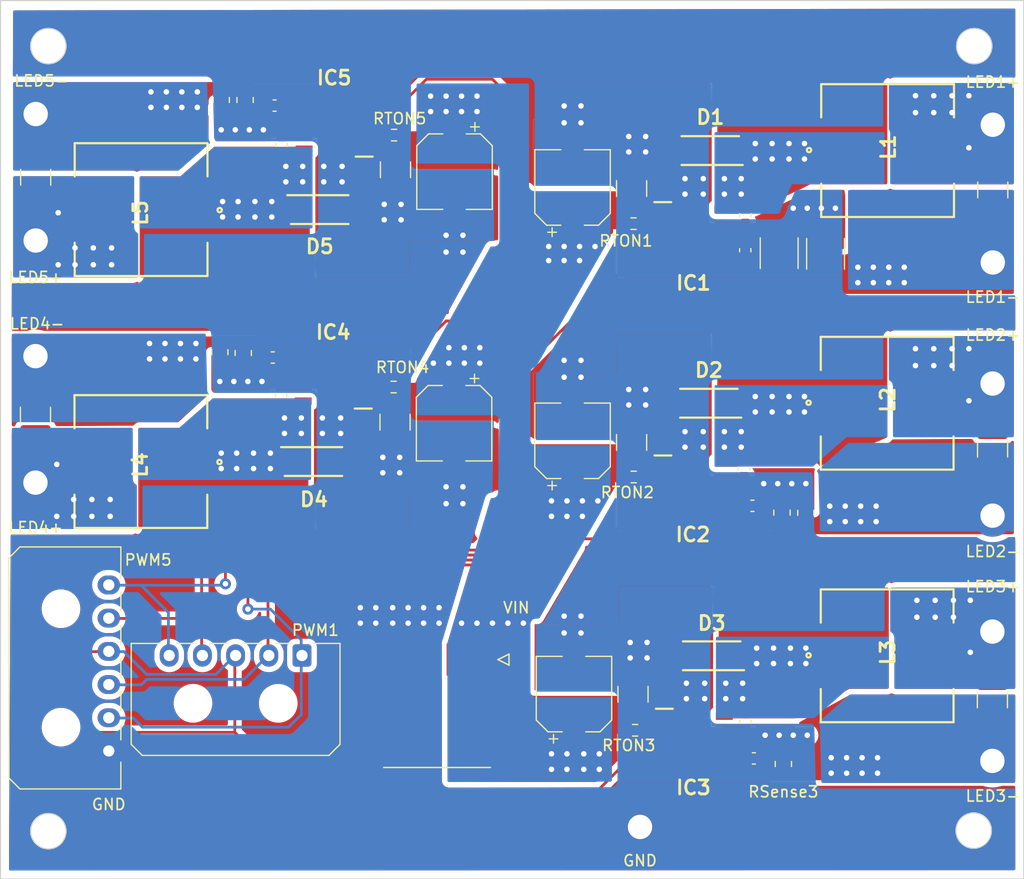
<source format=kicad_pcb>
(kicad_pcb (version 20221018) (generator pcbnew)
  (layers (0 "F.Cu" signal) (31 "B.Cu" signal) (34 "B.Paste" user) (35 "F.Paste" user) (36 "B.SilkS" user "B.Silkscreen") (37 "F.SilkS" user "F.Silkscreen") (38 "B.Mask" user) (39 "F.Mask" user) (44 "Edge.Cuts" user))
  (net 0 "")
  (net 1 "Net-(IC1-BOOT)")
  (net 2 "Net-(IC2-BOOT)")
  (net 3 "Net-(IC3-BOOT)")
  (net 4 "Net-(IC4-BOOT)")
  (net 5 "Net-(IC5-BOOT)")
  (net 6 "GND")
  (net 7 "+48V")
  (net 8 "Net-(IC1-VCC)")
  (net 9 "Net-(IC2-VCC)")
  (net 10 "Net-(IC3-VCC)")
  (net 11 "Net-(IC4-VCC)")
  (net 12 "Net-(IC5-VCC)")
  (net 13 "Net-(IC1-TON)")
  (net 14 "PWM1")
  (net 15 "Net-(IC2-TON)")
  (net 16 "PWM2")
  (net 17 "Net-(IC3-TON)")
  (net 18 "PWM3")
  (net 19 "Net-(IC4-TON)")
  (net 20 "PWM4")
  (net 21 "Net-(IC5-TON)")
  (net 22 "PWM5")
  (net 23 "/SW1")
  (net 24 "/SW2")
  (net 25 "/SW3")
  (net 26 "/SW4")
  (net 27 "/SW5")
  (net 28 "/LED1+")
  (net 29 "/LED1-")
  (net 30 "/LED2+")
  (net 31 "/LED2-")
  (net 32 "/LED3-")
  (net 33 "/LED3+")
  (net 34 "/LED4-")
  (net 35 "/LED4+")
  (net 36 "/LED5+")
  (net 37 "/LED5-")
  (footprint "Capacitor_SMD:C_1210_3225Metric" (layer "F.Cu") (at 117.582 64.405 -90)
    (fp_text reference "CLED2" hide)
    (fp_text value "0.68uF")
  )
  (footprint "A6211GLJTR-T:SOIC127P600X170-9N" (layer "F.Cu") (at 57.999 58.166 180)
    (fp_text reference "IC4")
    (fp_text value "A6211GLJTR-T" hide)
  )
  (footprint "MountingHole:MountingHole_2.2mm_M2_DIN965_Pad" (layer "F.Cu") (at 117.602 47.543)
    (fp_text reference "H5" hide)
    (fp_text value "LED1-")
  )
  (footprint "Resistor_SMD:R_0805_2012Metric" (layer "F.Cu") (at 100.711 70.169 90)
    (fp_text reference "RSense2b1" hide)
    (fp_text value "0.2")
  )
  (footprint "A6211GLJTR-T:SOIC127P600X170-9N" (layer "F.Cu") (at 58.084 35.4 180)
    (fp_text reference "IC5")
    (fp_text value "A6211GLJTR-T" hide)
  )
  (footprint "Capacitor_SMD:C_0603_1608Metric" (layer "F.Cu") (at 95.234055 43.274 -90)
    (fp_text reference "CBOOT1" hide)
    (fp_text value "0.1uF")
  )
  (footprint "Capacitor_SMD:CP_Elec_6.3x5.8" (layer "F.Cu") (at 68.961 39.337 -90)
    (fp_text reference "CINa5" hide)
    (fp_text value "47uF")
  )
  (footprint "Capacitor_SMD:C_1210_3225Metric" (layer "F.Cu") (at 85.09 86.564 90)
    (fp_text reference "CINb3" hide)
    (fp_text value "4.7uF")
  )
  (footprint "Resistor_SMD:R_0805_2012Metric" (layer "F.Cu") (at 98.552 70.1455 90)
    (fp_text reference "RSense2a1" hide)
    (fp_text value "0.2")
  )
  (footprint "Capacitor_SMD:C_0603_1608Metric" (layer "F.Cu") (at 53.34 36.924 90)
    (fp_text reference "CBOOT5" hide)
    (fp_text value "0.1uF")
  )
  (footprint "MountingHole:MountingHole_2.2mm_M2_DIN965_Pad" (layer "F.Cu") (at 31.095 67.437)
    (fp_text reference "H16" hide)
    (fp_text value "LED4+")
  )
  (footprint "Resistor_SMD:R_0805_2012Metric" (layer "F.Cu") (at 49.871 55.7295 -90)
    (fp_text reference "RSense4a1" hide)
    (fp_text value "0.27")
  )
  (footprint "Connector_Molex:Molex_Micro-Fit_3.0_43650-0600_1x06_P3.00mm_Horizontal" (layer "F.Cu") (at 37.721 91.685 90)
    (fp_text reference "J3" hide)
    (fp_text value "43650-0600")
  )
  (footprint "Capacitor_SMD:CP_Elec_6.3x5.8" (layer "F.Cu") (at 79.756 86.548 90)
    (fp_text reference "CINa3" hide)
    (fp_text value "47uF")
  )
  (footprint "MountingHole:MountingHole_2.2mm_M2_DIN965_Pad" (layer "F.Cu") (at 117.566055 80.898)
    (fp_text reference "H6" hide)
    (fp_text value "LED3+")
  )
  (footprint "Capacitor_SMD:C_0603_1608Metric" (layer "F.Cu") (at 95.234055 46.436 90)
    (fp_text reference "CVCC1" hide)
    (fp_text value "0.1uF")
  )
  (footprint "Capacitor_SMD:C_1210_3225Metric" (layer "F.Cu") (at 84.963 40.861 90)
    (fp_text reference "CINb1" hide)
    (fp_text value "4.7uF")
  )
  (footprint "MountingHole:MountingHole_2.2mm_M2_DIN965_Pad" (layer "F.Cu") (at 31.095 56.007)
    (fp_text reference "H17" hide)
    (fp_text value "LED4-")
  )
  (footprint "Capacitor_SMD:C_1210_3225Metric" (layer "F.Cu") (at 63.587 61.976 -90)
    (fp_text reference "CINb5" hide)
    (fp_text value "4.7uF")
  )
  (footprint "B250A-13-F:DIOM5226X230N" (layer "F.Cu") (at 56.778 42.766)
    (fp_text reference "D5")
    (fp_text value "B250A-13-F" hide)
  )
  (footprint "A6211GLJTR-T:SOIC127P600X170-9N" (layer "F.Cu") (at 90.633 90.452)
    (fp_text reference "IC3")
    (fp_text value "A6211GLJTR-T" hide)
  )
  (footprint "Connector_Molex:Molex_Micro-Fit_3.0_43650-0500_1x05_P3.00mm_Horizontal" (layer "F.Cu") (at 55.18 83.058 180)
    (fp_text reference "J1" hide)
    (fp_text value "43650-0500")
  )
  (footprint "Capacitor_SMD:C_0603_1608Metric" (layer "F.Cu") (at 95.25 89.055 -90)
    (fp_text reference "CBOOT3" hide)
    (fp_text value "0.1uF")
  )
  (footprint "SRR1210-680M:SRR1210" (layer "F.Cu") (at 108.057 60.263 -90)
    (fp_text reference "L2")
    (fp_text value "SRR1210-680M" hide)
  )
  (footprint "B250A-13-F:DIOM5226X230N" (layer "F.Cu") (at 92.202 83.086 180)
    (fp_text reference "D3")
    (fp_text value "B250A-13-F" hide)
  )
  (footprint "SRR1210-680M:SRR1210" (layer "F.Cu") (at 40.62 65.532 90)
    (fp_text reference "L4")
    (fp_text value "SRR1210-680M" hide)
  )
  (footprint "B250A-13-F:DIOM5226X230N" (layer "F.Cu") (at 92.075 37.432 180)
    (fp_text reference "D1")
    (fp_text value "B250A-13-F" hide)
  )
  (footprint "MountingHole:MountingHole_2.2mm_M2_DIN965_Pad" (layer "F.Cu") (at 31.115 45.56)
    (fp_text reference "H8" hide)
    (fp_text value "LED5+")
  )
  (footprint "B250A-13-F:DIOM5226X230N" (layer "F.Cu") (at 91.948 60.263 180)
    (fp_text reference "D2")
    (fp_text value "B250A-13-F" hide)
  )
  (footprint "Capacitor_SMD:C_0603_1608Metric" (layer "F.Cu") (at 53.3 59.563 90)
    (fp_text reference "CBOOT4" hide)
    (fp_text value "0.1uF")
  )
  (footprint "Capacitor_SMD:C_1210_3225Metric" (layer "F.Cu") (at 31.095 61.341 90)
    (fp_text reference "CLED4" hide)
    (fp_text value "0.68uF")
  )
  (footprint "MountingHole:MountingHole_2.2mm_M2_DIN965_Pad" (layer "F.Cu") (at 117.602 35.097)
    (fp_text reference "H4" hide)
    (fp_text value "LED1+")
  )
  (footprint "Capacitor_SMD:CP_Elec_6.3x5.8" (layer "F.Cu") (at 79.629 63.659 90)
    (fp_text reference "CINa2" hide)
    (fp_text value "47uF")
  )
  (footprint "B250A-13-F:DIOM5226X230N" (layer "F.Cu") (at 56.212 65.532)
    (fp_text reference "D4")
    (fp_text value "B250A-13-F" hide)
  )
  (footprint "Capacitor_SMD:CP_Elec_6.3x5.8" (layer "F.Cu") (at 79.629 40.767 90)
    (fp_text reference "CINa1" hide)
    (fp_text value "47uF")
  )
  (footprint "Resistor_SMD:R_1812_4532Metric" (layer "F.Cu") (at 102.489 46.7575 90)
    (fp_text reference "RSense1a1" hide)
    (fp_text value "0.6")
  )
  (footprint "MountingHole:MountingHole_2.2mm_M2_DIN965_Pad" (layer "F.Cu") (at 31.115 34.13)
    (fp_text reference "H9" hide)
    (fp_text value "LED5-")
  )
  (footprint "Resistor_SMD:R_0805_2012Metric" (layer "F.Cu") (at 47.752 55.6495 -90)
    (fp_text reference "RSense4b1" hide)
    (fp_text value "0.27")
  )
  (footprint "SRR1210-680M:SRR1210" (layer "F.Cu") (at 108.097 37.432 -90)
    (fp_text reference "L1")
    (fp_text value "SRR1210-680M" hide)
  )
  (footprint "Capacitor_SMD:C_0603_1608Metric" (layer "F.Cu") (at 52.705 33.368 180)
    (fp_text reference "CVCC5" hide)
    (fp_text value "0.1uF")
  )
  (footprint "Resistor_SMD:R_0603_1608Metric" (layer "F.Cu") (at 85.154 66.928)
    (fp_text reference "RTON2")
    (fp_text value "75k")
  )
  (footprint "Capacitor_SMD:C_0603_1608Metric" (layer "F.Cu") (at 95.885 69.534)
    (fp_text reference "CVCC2" hide)
    (fp_text value "0.1uF")
  )
  (footprint "Resistor_SMD:R_0603_1608Metric" (layer "F.Cu") (at 85.281 89.817)
    (fp_text reference "RTON3")
    (fp_text value "75k")
  )
  (footprint "Capacitor_SMD:C_0603_1608Metric" (layer "F.Cu") (at 95.123 66.153 -90)
    (fp_text reference "CBOOT2" hide)
    (fp_text value "0.1uF")
  )
  (footprint "Resistor_SMD:R_0805_2012Metric" (layer "F.Cu") (at 50.038 32.86 -90)
    (fp_text reference "RSense5b1" hide)
    (fp_text value "0.2")
  )
  (footprint "Resistor_SMD:R_0603_1608Metric" (layer "F.Cu") (at 63.5 36.035 180)
    (fp_text reference "RTON5")
    (fp_text value "75k")
  )
  (footprint "MountingHole:MountingHole_2.2mm_M2_DIN965_Pad" (layer "F.Cu") (at 117.566055 92.582)
    (fp_text reference "H7" hide)
    (fp_text value "LED3-")
  )
  (footprint "Resistor_SMD:R_1812_4532Metric" (layer "F.Cu") (at 98.298 46.703 90)
    (fp_text reference "RSense1b1" hide)
    (fp_text value "0.6")
  )
  (footprint "Resistor_SMD:R_0805_2012Metric" (layer "F.Cu") (at 98.679 92.865 90)
    (fp_text reference "RSense3")
    (fp_text value "0.2")
  )
  (footprint "MountingHole:MountingHole_2.2mm_M2_DIN965_Pad" (layer "F.Cu") (at 117.582 70.423)
    (fp_text reference "H15" hide)
    (fp_text value "LED2-")
  )
  (footprint "A6211GLJTR-T:SOIC127P600X170-9N" (layer "F.Cu") (at 90.490055 44.671)
    (fp_text reference "IC1")
    (fp_text value "A6211GLJTR-T" hide)
  )
  (footprint "Capacitor_SMD:CP_Elec_6.3x5.8" (layer "F.Cu") (at 68.921 62.07 -90)
    (fp_text reference "CINa4" hide)
    (fp_text value "47uF")
  )
  (footprint "Capacitor_SMD:C_0603_1608Metric" (layer "F.Cu") (at 96.012 92.357)
    (fp_text reference "CVCC3" hide)
    (fp_text value "0.1uF")
  )
  (footprint "Capacitor_SMD:C_1210_3225Metric" (layer "F.Cu") (at 31.115 39.845 90)
    (fp_text reference "CLED5" hide)
    (fp_text value "0.68uF")
  )
  (footprint "Resistor_SMD:R_0603_1608Metric" (layer "F.Cu") (at 63.46 58.801 180)
    (fp_text reference "RTON4")
    (fp_text value "75k")
  )
  (footprint "SRR1210-680M:SRR1210" (layer "F.Cu") (at 40.64 42.766 90)
    (fp_text reference "L5")
    (fp_text value "SRR1210-680M" hide)
  )
  (footprint "MountingHole:MountingHole_2.2mm_M2_DIN965_Pad" (layer "F.Cu") (at 85.725 98.552)
    (fp_text reference "H1" hide)
    (fp_text value "GND")
  )
  (footprint "Capacitor_SMD:C_1210_3225Metric" (layer "F.Cu") (at 84.963 63.803 90)
    (fp_text reference "CINb2" hide)
    (fp_text value "4.7uF")
  )
  (footprint "A6211GLJTR-T:SOIC127P600X170-9N" (layer "F.Cu") (at 90.506 67.563)
    (fp_text reference "IC2")
    (fp_text value "A6211GLJTR-T" hide)
  )
  (footprint "Capacitor_SMD:C_1210_3225Metric" (layer "F.Cu") (at 117.566055 87.072 -90)
    (fp_text reference "CLED3" hide)
    (fp_text value "0.68uF")
  )
  (footprint "43650-0212:43650-02_12,13,14_" (layer "F.Cu") (at 67.386 83.43)
    (fp_text reference "J2" hide)
    (fp_text value "43650-0212" hide)
  )
  (footprint "SRR1210-680M:SRR1210" (layer "F.Cu") (at 108.057 83.086 -90)
    (fp_text reference "L3")
    (fp_text value "SRR1210-680M" hide)
  )
  (footprint "Resistor_SMD:R_0805_2012Metric" (layer "F.Cu") (at 47.879 32.86 -90)
    (fp_text reference "RSense5a1" hide)
    (fp_text value "0.2")
  )
  (footprint "Capacitor_SMD:C_0603_1608Metric" (layer "F.Cu") (at 52.538 56.134 180)
    (fp_text reference "CVCC4" hide)
    (fp_text value "0.1uF")
  )
  (footprint "Capacitor_SMD:C_1210_3225Metric" (layer "F.Cu") (at 63.627 39.165 -90)
    (fp_text reference "CINb4" hide)
    (fp_text value "4.7uF")
  )
  (footprint "MountingHole:MountingHole_2.2mm_M2_DIN965_Pad" (layer "F.Cu") (at 117.582 58.485)
    (fp_text reference "H14" hide)
    (fp_text value "LED2+")
  )
  (footprint "Capacitor_SMD:C_1210_3225Metric" (layer "F.Cu") (at 117.602 40.988 -90)
    (fp_text reference "CLED1" hide)
    (fp_text value "0.68uF")
  )
  (footprint "Resistor_SMD:R_0603_1608Metric" (layer "F.Cu") (at 85.138055 44.036)
    (fp_text reference "RTON1")
    (fp_text value "75k")
  )
  (gr_circle (center 115.926 27.991) (end 117.526 27.991) (stroke (width 0.1)) (fill none) (layer "Edge.Cuts"))
  (gr_circle (center 115.875 98.882) (end 117.475 98.882) (stroke (width 0.1)) (fill none) (layer "Edge.Cuts"))
  (gr_rect (start 27.94 23.876) (end 120.396 103.251) (stroke (width 0.1)) (fill none) (layer "Edge.Cuts"))
  (gr_circle (center 32.258 98.933) (end 33.858 98.933) (stroke (width 0.1)) (fill none) (layer "Edge.Cuts"))
  (gr_circle (center 32.258 27.991) (end 33.858 27.991) (stroke (width 0.1)) (fill none) (layer "Edge.Cuts"))
  (segment (start 95.221055 44.036) (end 95.234055 44.049) (width 0.7) (layer "F.Cu") (net 1))
  (segment (start 93.202055 44.036) (end 95.221055 44.036) (width 0.7) (layer "F.Cu") (net 1))
  (segment (start 93.218 66.928) (end 95.123 66.928) (width 0.7) (layer "F.Cu") (net 2))
  (segment (start 95.237 89.817) (end 95.25 89.83) (width 0.7) (layer "F.Cu") (net 3))
  (segment (start 93.345 89.817) (end 95.237 89.817) (width 0.7) (layer "F.Cu") (net 3))
  (segment (start 53.313 58.801) (end 53.3 58.788) (width 0.7) (layer "F.Cu") (net 4))
  (segment (start 55.287 58.801) (end 53.313 58.801) (width 0.7) (layer "F.Cu") (net 4))
  (segment (start 55.372 36.035) (end 53.454 36.035) (width 0.7) (layer "F.Cu") (net 5))
  (segment (start 53.454 36.035) (end 53.34 36.149) (width 0.7) (layer "F.Cu") (net 5))
  (segment (start 63.627 40.685) (end 61.009 40.685) (width 1) (layer "F.Cu") (net 6))
  (segment (start 63.627 40.685) (end 67.609 40.685) (width 1) (layer "F.Cu") (net 6))
  (segment (start 61.009 40.685) (end 58.928 42.766) (width 1) (layer "F.Cu") (net 6))
  (segment (start 67.609 40.685) (end 68.961 42.037) (width 1) (layer "F.Cu") (net 6))
  (via (at 102.108 42.639) (size 1) (drill 0.5) (layers "F.Cu" "B.Cu") (net 6))
  (via (at 50.292 58.293) (size 1) (drill 0.5) (layers "F.Cu" "B.Cu") (net 6))
  (via (at 47.879 35.56) (size 1) (drill 0.5) (layers "F.Cu" "B.Cu") (net 6))
  (via (at 69.723 45.085) (size 1) (drill 0.5) (layers "F.Cu" "B.Cu") (net 6))
  (via (at 91.44 39.972) (size 1) (drill 0.5) (layers "F.Cu" "B.Cu") (net 6))
  (via (at 103.378 42.639) (size 1) (drill 0.5) (layers "F.Cu" "B.Cu") (net 6))
  (via (at 62.484 66.548) (size 1) (drill 0.5) (layers "F.Cu" "B.Cu") (net 6))
  (via (at 66.167 78.74) (size 1) (drill 0.5) (layers "F.Cu" "B.Cu") (net 6))
  (via (at 62.484 65.151) (size 1) (drill 0.5) (layers "F.Cu" "B.Cu") (net 6))
  (via (at 96.901 67.531) (size 1) (drill 0.5) (layers "F.Cu" "B.Cu") (net 6))
  (via (at 91.44 41.369) (size 1) (drill 0.5) (layers "F.Cu" "B.Cu") (net 6))
  (via (at 86.233 37.559) (size 1) (drill 0.5) (layers "F.Cu" "B.Cu") (net 6))
  (via (at 84.709 59.022) (size 1) (drill 0.5) (layers "F.Cu" "B.Cu") (net 6))
  (via (at 51.562 58.293) (size 1) (drill 0.5) (layers "F.Cu" "B.Cu") (net 6))
  (via (at 84.709 37.559) (size 1) (drill 0.5) (layers "F.Cu" "B.Cu") (net 6))
  (via (at 78.867 56.388) (size 1) (drill 0.5) (layers "F.Cu" "B.Cu") (net 6))
  (via (at 89.789 64.229) (size 1) (drill 0.5) (layers "F.Cu" "B.Cu") (net 6))
  (via (at 57.15 38.862) (size 1) (drill 0.5) (layers "F.Cu" "B.Cu") (net 6))
  (via (at 91.44 64.229) (size 1) (drill 0.5) (layers "F.Cu" "B.Cu") (net 6))
  (via (at 80.391 57.912) (size 1) (drill 0.5) (layers "F.Cu" "B.Cu") (net 6))
  (via (at 57.023 62.992) (size 1) (drill 0.5) (layers "F.Cu" "B.Cu") (net 6))
  (via (at 100.838 42.639) (size 1) (drill 0.5) (layers "F.Cu" "B.Cu") (net 6))
  (via (at 64.77 78.74) (size 1) (drill 0.5) (layers "F.Cu" "B.Cu") (net 6))
  (via (at 100.711 67.531) (size 1) (drill 0.5) (layers "F.Cu" "B.Cu") (net 6))
  (via (at 62.611 42.291) (size 1) (drill 0.5) (layers "F.Cu" "B.Cu") (net 6))
  (via (at 84.836 81.882) (size 1) (drill 0.5) (layers "F.Cu" "B.Cu") (net 6))
  (via (at 84.709 36.162) (size 1) (drill 0.5) (layers "F.Cu" "B.Cu") (net 6))
  (via (at 68.199 45.085) (size 1) (drill 0.5) (layers "F.Cu" "B.Cu") (net 6))
  (via (at 63.373 80.137) (size 1) (drill 0.5) (layers "F.Cu" "B.Cu") (net 6))
  (via (at 47.752 58.293) (size 1) (drill 0.5) (layers "F.Cu" "B.Cu") (net 6))
  (via (at 60.452 78.74) (size 1) (drill 0.5) (layers "F.Cu" "B.Cu") (net 6))
  (via (at 80.391 56.388) (size 1) (drill 0.5) (layers "F.Cu" "B.Cu") (net 6))
  (via (at 84.836 83.279) (size 1) (drill 0.5) (layers "F.Cu" "B.Cu") (net 6))
  (via (at 78.867 34.925) (size 1) (drill 0.5) (layers "F.Cu" "B.Cu") (net 6))
  (via (at 80.391 79.502) (size 1) (drill 0.5) (layers "F.Cu" "B.Cu") (net 6))
  (via (at 78.867 81.026) (size 1) (drill 0.5) (layers "F.Cu" "B.Cu") (net 6))
  (via (at 97.028 90.264) (size 1) (drill 0.5) (layers "F.Cu" "B.Cu") (net 6))
  (via (at 78.867 57.912) (size 1) (drill 0.5) (layers "F.Cu" "B.Cu") (net 6))
  (via (at 89.916 86.962) (size 1) (drill 0.5) (layers "F.Cu" "B.Cu") (net 6))
  (via (at 86.233 36.162) (size 1) (drill 0.5) (layers "F.Cu" "B.Cu") (net 6))
  (via (at 64.135 42.291) (size 1) (drill 0.5) (layers "F.Cu" "B.Cu") (net 6))
  (via (at 69.723 69.342) (size 1) (drill 0.5) (layers "F.Cu" "B.Cu") (net 6))
  (via (at 58.801 38.862) (size 1) (drill 0.5) (layers "F.Cu" "B.Cu") (net 6))
  (via (at 89.789 39.972) (size 1) (drill 0.5) (layers "F.Cu" "B.Cu") (net 6))
  (via (at 99.441 67.531) (size 1) (drill 0.5) (layers "F.Cu" "B.Cu") (net 6))
  (via (at 49.149 35.56) (size 1) (drill 0.5) (layers "F.Cu" "B.Cu") (net 6))
  (via (at 100.838 90.264) (size 1) (drill 0.5) (layers "F.Cu" "B.Cu") (net 6))
  (via (at 91.44 62.832) (size 1) (drill 0.5) (layers "F.Cu" "B.Cu") (net 6))
  (via (at 86.233 60.419) (size 1) (drill 0.5) (layers "F.Cu" "B.Cu") (net 6))
  (via (at 68.199 67.818) (size 1) (drill 0.5) (layers "F.Cu" "B.Cu") (net 6))
  (via (at 62.611 43.688) (size 1) (drill 0.5) (layers "F.Cu" "B.Cu") (net 6))
  (via (at 98.171 67.531) (size 1) (drill 0.5) (layers "F.Cu" "B.Cu") (net 6))
  (via (at 84.709 60.419) (size 1) (drill 0.5) (layers "F.Cu" "B.Cu") (net 6))
  (via (at 60.452 80.137) (size 1) (drill 0.5) (layers "F.Cu" "B.Cu") (net 6))
  (via (at 64.008 65.151) (size 1) (drill 0.5) (layers "F.Cu" "B.Cu") (net 6))
  (via (at 91.567 85.565) (size 1) (drill 0.5) (layers "F.Cu" "B.Cu") (net 6))
  (via (at 86.233 59.022) (size 1) (drill 0.5) (layers "F.Cu" "B.Cu") (net 6))
  (via (at 89.916 85.565) (size 1) (drill 0.5) (layers "F.Cu" "B.Cu") (net 6))
  (via (at 80.391 33.401) (size 1) (drill 0.5) (layers "F.Cu" "B.Cu") (net 6))
  (via (at 58.674 61.595) (size 1) (drill 0.5) (layers "F.Cu" "B.Cu") (net 6))
  (via (at 57.023 61.595) (size 1) (drill 0.5) (layers "F.Cu" "B.Cu") (net 6))
  (via (at 80.391 81.026) (size 1) (drill 0.5) (layers "F.Cu" "B.Cu") (net 6))
  (via (at 78.867 33.401) (size 1) (drill 0.5) (layers "F.Cu" "B.Cu") (net 6))
  (via (at 99.568 90.264) (size 1) (drill 0.5) (layers "F.Cu" "B.Cu") (net 6))
  (via (at 89.789 41.369) (size 1) (drill 0.5) (layers "F.Cu" "B.Cu") (net 6))
  (via (at 50.419 35.56) (size 1) (drill 0.5) (layers "F.Cu" "B.Cu") (net 6))
  (via (at 68.199 69.342) (size 1) (drill 0.5) (layers "F.Cu" "B.Cu") (net 6))
  (via (at 67.564 78.74) (size 1) (drill 0.5) (layers "F.Cu" "B.Cu") (net 6))
  (via (at 49.022 58.293) (size 1) (drill 0.5) (layers "F.Cu" "B.Cu") (net 6))
  (via (at 58.801 40.259) (size 1) (drill 0.5) (layers "F.Cu" "B.Cu") (net 6))
  (via (at 67.564 80.137) (size 1) (drill 0.5) (layers "F.Cu" "B.Cu") (net 6))
  (via (at 58.674 62.992) (size 1) (drill 0.5) (layers "F.Cu" "B.Cu") (net 6))
  (via (at 51.689 35.56) (size 1) (drill 0.5) (layers "F.Cu" "B.Cu") (net 6))
  (via (at 69.723 67.818) (size 1) (drill 0.5) (layers "F.Cu" "B.Cu") (net 6))
  (via (at 99.568 42.639) (size 1) (drill 0.5) (layers "F.Cu" "B.Cu") (net 6))
  (via (at 64.77 80.137) (size 1) (drill 0.5) (layers "F.Cu" "B.Cu") (net 6))
  (via (at 64.135 43.688) (size 1) (drill 0.5) (layers "F.Cu" "B.Cu") (net 6))
  (via (at 61.849 78.74) (size 1) (drill 0.5) (layers "F.Cu" "B.Cu") (net 6))
  (via (at 63.373 78.74) (size 1) (drill 0.5) (layers "F.Cu" "B.Cu") (net 6))
  (via (at 66.167 80.137) (size 1) (drill 0.5) (layers "F.Cu" "B.Cu") (net 6))
  (via (at 86.36 81.882) (size 1) (drill 0.5) (layers "F.Cu" "B.Cu") (net 6))
  (via (at 57.15 40.259) (size 1) (drill 0.5) (layers "F.Cu" "B.Cu") (net 6))
  (via (at 86.36 83.279) (size 1) (drill 0.5) (layers "F.Cu" "B.Cu") (net 6))
  (via (at 80.391 34.925) (size 1) (drill 0.5) (layers "F.Cu" "B.Cu") (net 6))
  (via (at 61.849 80.137) (size 1) (drill 0.5) (layers "F.Cu" "B.Cu") (net 6))
  (via (at 78.867 79.502) (size 1) (drill 0.5) (layers "F.Cu" "B.Cu") (net 6))
  (via (at 69.723 46.609) (size 1) (drill 0.5) (layers "F.Cu" "B.Cu") (net 6))
  (via (at 91.567 86.962) (size 1) (drill 0.5) (layers "F.Cu" "B.Cu") (net 6))
  (via (at 98.298 90.264) (size 1) (drill 0.5) (layers "F.Cu" "B.Cu") (net 6))
  (via (at 68.199 46.609) (size 1) (drill 0.5) (layers "F.Cu" "B.Cu") (net 6))
  (via (at 64.008 66.548) (size 1) (drill 0.5) (layers "F.Cu" "B.Cu") (net 6))
  (via (at 89.789 62.832) (size 1) (drill 0.5) (layers "F.Cu" "B.Cu") (net 6))
  (via (at 81.661 46.101) (size 1) (drill 0.5) (layers "F.Cu" "B.Cu") (net 7))
  (via (at 69.85 56.642) (size 1) (drill 0.5) (layers "F.Cu" "B.Cu") (net 7))
  (via (at 78.867 47.371) (size 1) (drill 0.5) (layers "F.Cu" "B.Cu") (net 7))
  (via (at 78.867 46.101) (size 1) (drill 0.5) (layers "F.Cu" "B.Cu") (net 7))
  (via (at 79.121 70.485) (size 1) (drill 0.5) (layers "F.Cu" "B.Cu") (net 7))
  (via (at 80.518 69.088) (size 1) (drill 0.5) (layers "F.Cu" "B.Cu") (net 7))
  (via (at 80.518 70.485) (size 1) (drill 0.5) (layers "F.Cu" "B.Cu") (net 7))
  (via (at 72.39 80.137) (size 1) (drill 0.5) (layers "F.Cu" "B.Cu") (net 7))
  (via (at 66.802 33.909) (size 1) (drill 0.5) (layers "F.Cu" "B.Cu") (net 7))
  (via (at 69.596 32.512) (size 1) (drill 0.5) (layers "F.Cu" "B.Cu") (net 7))
  (via (at 68.199 33.909) (size 1) (drill 0.5) (layers "F.Cu" "B.Cu") (net 7))
  (via (at 77.47 46.101) (size 1) (drill 0.5) (layers "F.Cu" "B.Cu") (net 7))
  (via (at 69.596 80.137) (size 1) (drill 0.5) (layers "F.Cu" "B.Cu") (net 7))
  (via (at 73.787 80.137) (size 1) (drill 0.5) (layers "F.Cu" "B.Cu") (net 7))
  (via (at 68.453 56.642) (size 1) (drill 0.5) (layers "F.Cu" "B.Cu") (net 7))
  (via (at 82.042 93.345) (size 1) (drill 0.5) (layers "F.Cu" "B.Cu") (net 7))
  (via (at 69.85 55.245) (size 1) (drill 0.5) (layers "F.Cu" "B.Cu") (net 7))
  (via (at 79.121 69.088) (size 1) (drill 0.5) (layers "F.Cu" "B.Cu") (net 7))
  (via (at 79.121 91.948) (size 1) (drill 0.5) (layers "F.Cu" "B.Cu") (net 7))
  (via (at 66.802 32.512) (size 1) (drill 0.5) (layers "F.Cu" "B.Cu") (net 7))
  (via (at 70.993 32.512) (size 1) (drill 0.5) (layers "F.Cu" "B.Cu") (net 7))
  (via (at 77.724 70.485) (size 1) (drill 0.5) (layers "F.Cu" "B.Cu") (net 7))
  (via (at 70.993 80.137) (size 1) (drill 0.5) (layers "F.Cu" "B.Cu") (net 7))
  (via (at 81.915 69.088) (size 1) (drill 0.5) (layers "F.Cu" "B.Cu") (net 7))
  (via (at 71.247 55.245) (size 1) (drill 0.5) (layers "F.Cu" "B.Cu") (net 7))
  (via (at 80.645 91.948) (size 1) (drill 0.5) (layers "F.Cu" "B.Cu") (net 7))
  (via (at 77.724 69.088) (size 1) (drill 0.5) (layers "F.Cu" "B.Cu") (net 7))
  (via (at 77.47 47.371) (size 1) (drill 0.5) (layers "F.Cu" "B.Cu") (net 7))
  (via (at 80.645 93.345) (size 1) (drill 0.5) (layers "F.Cu" "B.Cu") (net 7))
  (via (at 70.993 33.909) (size 1) (drill 0.5) (layers "F.Cu" "B.Cu") (net 7))
  (via (at 68.199 32.512) (size 1) (drill 0.5) (layers "F.Cu" "B.Cu") (net 7))
  (via (at 82.042 91.948) (size 1) (drill 0.5) (layers "F.Cu" "B.Cu") (net 7))
  (via (at 77.724 93.345) (size 1) (drill 0.5) (layers "F.Cu" "B.Cu") (net 7))
  (via (at 77.724 91.948) (size 1) (drill 0.5) (layers "F.Cu" "B.Cu") (net 7))
  (via (at 69.596 33.909) (size 1) (drill 0.5) (layers "F.Cu" "B.Cu") (net 7))
  (via (at 68.453 55.245) (size 1) (drill 0.5) (layers "F.Cu" "B.Cu") (net 7))
  (via (at 79.121 93.345) (size 1) (drill 0.5) (layers "F.Cu" "B.Cu") (net 7))
  (via (at 80.264 46.101) (size 1) (drill 0.5) (layers "F.Cu" "B.Cu") (net 7))
  (via (at 75.184 80.137) (size 1) (drill 0.5) (layers "F.Cu" "B.Cu") (net 7))
  (via (at 80.264 47.371) (size 1) (drill 0.5) (layers "F.Cu" "B.Cu") (net 7))
  (via (at 67.056 56.642) (size 1) (drill 0.5) (layers "F.Cu" "B.Cu") (net 7))
  (via (at 71.247 56.642) (size 1) (drill 0.5) (layers "F.Cu" "B.Cu") (net 7))
  (segment (start 95.234055 47.211) (end 93.837055 47.211) (width 0.7) (layer "F.Cu") (net 8))
  (segment (start 93.837055 47.211) (end 93.202055 46.576) (width 0.7) (layer "F.Cu") (net 8))
  (segment (start 93.284 69.534) (end 93.218 69.468) (width 0.7) (layer "F.Cu") (net 9))
  (segment (start 95.11 69.534) (end 93.284 69.534) (width 0.7) (layer "F.Cu") (net 9))
  (segment (start 95.237 92.357) (end 93.345 92.357) (width 0.7) (layer "F.Cu") (net 10))
  (segment (start 55.16 56.134) (end 55.287 56.261) (width 0.7) (layer "F.Cu") (net 11))
  (segment (start 53.313 56.134) (end 55.16 56.134) (width 0.7) (layer "F.Cu") (net 11))
  (segment (start 55.245 33.368) (end 55.372 33.495) (width 0.7) (layer "F.Cu") (net 12))
  (segment (start 53.48 33.368) (end 55.245 33.368) (width 0.7) (layer "F.Cu") (net 12))
  (segment (start 85.963055 44.036) (end 87.778055 44.036) (width 0.7) (layer "F.Cu") (net 13))
  (segment (start 71.296792 74.433) (end 51.308 74.433) (width 0.25) (layer "F.Cu") (net 14))
  (segment (start 51.308 74.433) (end 50.292 74.433) (width 0.25) (layer "F.Cu") (net 14))
  (segment (start 74.549 59.309) (end 74.549 70.993) (width 0.25) (layer "F.Cu") (net 14))
  (segment (start 74.549 57.772555) (end 74.549 59.309) (width 0.25) (layer "F.Cu") (net 14))
  (segment (start 74.549 70.993) (end 74.549 71.180792) (width 0.25) (layer "F.Cu") (net 14))
  (segment (start 87.015555 45.306) (end 74.549 57.772555) (width 0.25) (layer "F.Cu") (net 14))
  (segment (start 74.549 71.180792) (end 71.296792 74.433) (width 0.25) (layer "F.Cu") (net 14))
  (segment (start 50.292 78.867) (end 50.292 74.433) (width 0.25) (layer "F.Cu") (net 14))
  (segment (start 87.778055 45.306) (end 87.015555 45.306) (width 0.25) (layer "F.Cu") (net 14))
  (via (at 50.292 78.867) (size 1) (drill 0.5) (layers "F.Cu" "B.Cu") (net 14))
  (segment (start 55.109 88.401) (end 53.975 89.535) (width 0.25) (layer "B.Cu") (net 14))
  (segment (start 50.292 78.867) (end 52.324 78.867) (width 0.25) (layer "B.Cu") (net 14))
  (segment (start 55.109 81.652) (end 55.109 83.056) (width 0.25) (layer "B.Cu") (net 14))
  (segment (start 39.94 88.708) (end 37.721 88.708) (width 0.25) (layer "B.Cu") (net 14))
  (segment (start 40.767 89.535) (end 39.94 88.708) (width 0.25) (layer "B.Cu") (net 14))
  (segment (start 52.324 78.867) (end 55.109 81.652) (width 0.25) (layer "B.Cu") (net 14))
  (segment (start 53.975 89.535) (end 40.767 89.535) (width 0.25) (layer "B.Cu") (net 14))
  (segment (start 55.109 83.056) (end 55.109 88.401) (width 0.25) (layer "B.Cu") (net 14))
  (segment (start 85.979 66.928) (end 87.794 66.928) (width 0.7) (layer "F.Cu") (net 15))
  (segment (start 73.849188 72.517) (end 72.421094 73.945094) (width 0.25) (layer "F.Cu") (net 16))
  (segment (start 87.0315 68.198) (end 82.7125 72.517) (width 0.25) (layer "F.Cu") (net 16))
  (segment (start 72.421094 73.945094) (end 71.483188 74.883) (width 0.25) (layer "F.Cu") (net 16))
  (segment (start 87.794 68.198) (end 87.0315 68.198) (width 0.25) (layer "F.Cu") (net 16))
  (segment (start 80.264 72.517) (end 73.849188 72.517) (width 0.25) (layer "F.Cu") (net 16))
  (segment (start 52.109 74.971) (end 52.197 74.883) (width 0.25) (layer "F.Cu") (net 16))
  (segment (start 52.109 83.056) (end 52.109 74.971) (width 0.25) (layer "F.Cu") (net 16))
  (segment (start 82.7125 72.517) (end 80.264 72.517) (width 0.25) (layer "F.Cu") (net 16))
  (segment (start 71.483188 74.883) (end 52.197 74.883) (width 0.25) (layer "F.Cu") (net 16))
  (segment (start 40.657 85.708) (end 37.721 85.708) (width 0.25) (layer "B.Cu") (net 16))
  (segment (start 49.948 85.217) (end 41.148 85.217) (width 0.25) (layer "B.Cu") (net 16))
  (segment (start 41.148 85.217) (end 40.657 85.708) (width 0.25) (layer "B.Cu") (net 16))
  (segment (start 52.109 83.056) (end 49.948 85.217) (width 0.25) (layer "B.Cu") (net 16))
  (segment (start 86.106 89.817) (end 87.921 89.817) (width 0.7) (layer "F.Cu") (net 17))
  (segment (start 37.721 82.708) (end 35.814 82.708) (width 0.25) (layer "F.Cu") (net 18))
  (segment (start 49.109 90.003) (end 35.814 90.003) (width 0.25) (layer "F.Cu") (net 18))
  (segment (start 49.109 83.056) (end 49.109 90.003) (width 0.25) (layer "F.Cu") (net 18))
  (segment (start 49.109 90.003) (end 57.023 97.917) (width 0.25) (layer "F.Cu") (net 18))
  (segment (start 35.814 90.003) (end 35.814 82.708) (width 0.25) (layer "F.Cu") (net 18))
  (segment (start 79.248 97.917) (end 86.078 91.087) (width 0.25) (layer "F.Cu") (net 18))
  (segment (start 57.023 97.917) (end 79.248 97.917) (width 0.25) (layer "F.Cu") (net 18))
  (segment (start 86.078 91.087) (end 87.921 91.087) (width 0.25) (layer "F.Cu") (net 18))
  (segment (start 47.398 84.767) (end 41.148 84.767) (width 0.25) (layer "B.Cu") (net 18))
  (segment (start 49.109 83.056) (end 47.398 84.767) (width 0.25) (layer "B.Cu") (net 18))
  (segment (start 41.148 84.767) (end 39.089 82.708) (width 0.25) (layer "B.Cu") (net 18))
  (segment (start 39.089 82.708) (end 37.721 82.708) (width 0.25) (layer "B.Cu") (net 18))
  (segment (start 62.635 58.801) (end 60.711 58.801) (width 0.7) (layer "F.Cu") (net 19))
  (segment (start 46.109 79.629) (end 46.109 73.66) (width 0.25) (layer "F.Cu") (net 20))
  (segment (start 70.924 73.533) (end 46.236 73.533) (width 0.25) (layer "F.Cu") (net 20))
  (segment (start 46.109 83.056) (end 46.109 79.629) (width 0.25) (layer "F.Cu") (net 20))
  (segment (start 60.711 57.531) (end 63.5 57.531) (width 0.25) (layer "F.Cu") (net 20))
  (segment (start 63.5 57.531) (end 68.199 52.832) (width 0.25) (layer "F.Cu") (net 20))
  (segment (start 68.199 52.832) (end 72.39 52.832) (width 0.25) (layer "F.Cu") (net 20))
  (segment (start 73.591 54.033) (end 73.591 70.866) (width 0.25) (layer "F.Cu") (net 20))
  (segment (start 72.39 52.832) (end 73.591 54.033) (width 0.25) (layer "F.Cu") (net 20))
  (segment (start 73.591 70.866) (end 70.924 73.533) (width 0.25) (layer "F.Cu") (net 20))
  (segment (start 37.721 79.708) (end 46.03 79.708) (width 0.25) (layer "F.Cu") (net 20))
  (segment (start 46.03 79.708) (end 46.109 79.629) (width 0.25) (layer "F.Cu") (net 20))
  (segment (start 46.236 73.533) (end 46.109 73.66) (width 0.25) (layer "F.Cu") (net 20))
  (segment (start 62.675 36.035) (end 60.796 36.035) (width 0.7) (layer "F.Cu") (net 21))
  (segment (start 66.421 30.988) (end 72.39 30.988) (width 0.25) (layer "F.Cu") (net 22))
  (segment (start 48.26 74.041) (end 48.26 76.581) (width 0.25) (layer "F.Cu") (net 22))
  (segment (start 74.041 53.594) (end 74.041 71.052396) (width 0.25) (layer "F.Cu") (net 22))
  (segment (start 60.796 34.765) (end 62.644 34.765) (width 0.25) (layer "F.Cu") (net 22))
  (segment (start 74.041 71.052396) (end 71.110396 73.983) (width 0.25) (layer "F.Cu") (net 22))
  (segment (start 48.318 73.983) (end 48.26 74.041) (width 0.25) (layer "F.Cu") (net 22))
  (segment (start 62.644 34.765) (end 66.421 30.988) (width 0.25) (layer "F.Cu") (net 22))
  (segment (start 73.533 53.086) (end 74.041 53.594) (width 0.25) (layer "F.Cu") (net 22))
  (segment (start 72.39 30.988) (end 73.533 32.131) (width 0.25) (layer "F.Cu") (net 22))
  (segment (start 71.110396 73.983) (end 48.318 73.983) (width 0.25) (layer "F.Cu") (net 22))
  (segment (start 73.533 32.131) (end 73.533 53.086) (width 0.25) (layer "F.Cu") (net 22))
  (via (at 48.26 76.581) (size 1) (drill 0.5) (layers "F.Cu" "B.Cu") (net 22))
  (segment (start 43.109 79.177) (end 42.037 78.105) (width 0.25) (layer "B.Cu") (net 22))
  (segment (start 42.037 78.105) (end 40.64 76.708) (width 0.25) (layer "B.Cu") (net 22))
  (segment (start 48.133 76.708) (end 48.26 76.581) (width 0.25) (layer "B.Cu") (net 22))
  (segment (start 40.64 76.708) (end 37.721 76.708) (width 0.25) (layer "B.Cu") (net 22))
  (segment (start 40.64 76.708) (end 48.133 76.708) (width 0.25) (layer "B.Cu") (net 22))
  (segment (start 43.109 83.056) (end 43.109 79.177) (width 0.25) (layer "B.Cu") (net 22))
  (via (at 100.584 36.797) (size 1) (drill 0.5) (layers "F.Cu" "B.Cu") (net 23))
  (via (at 96.139 36.797) (size 1) (drill 0.5) (layers "F.Cu" "B.Cu") (net 23))
  (via (at 94.869 41.369) (size 1) (drill 0.5) (layers "F.Cu" "B.Cu") (net 23))
  (via (at 93.345 41.369) (size 1) (drill 0.5) (layers "F.Cu" "B.Cu") (net 23))
  (via (at 99.187 38.194) (size 1) (drill 0.5) (layers "F.Cu" "B.Cu") (net 23))
  (via (at 97.663 38.194) (size 1) (drill 0.5) (layers "F.Cu" "B.Cu") (net 23))
  (via (at 93.345 39.972) (size 1) (drill 0.5) (layers "F.Cu" "B.Cu") (net 23))
  (via (at 94.869 39.972) (size 1) (drill 0.5) (layers "F.Cu" "B.Cu") (net 23))
  (via (at 97.663 36.797) (size 1) (drill 0.5) (layers "F.Cu" "B.Cu") (net 23))
  (via (at 99.187 36.797) (size 1) (drill 0.5) (layers "F.Cu" "B.Cu") (net 23))
  (via (at 100.584 38.194) (size 1) (drill 0.5) (layers "F.Cu" "B.Cu") (net 23))
  (via (at 96.139 38.194) (size 1) (drill 0.5) (layers "F.Cu" "B.Cu") (net 23))
  (via (at 100.584 59.657) (size 1) (drill 0.5) (layers "F.Cu" "B.Cu") (net 24))
  (via (at 93.345 62.832) (size 1) (drill 0.5) (layers "F.Cu" "B.Cu") (net 24))
  (via (at 99.187 61.054) (size 1) (drill 0.5) (layers "F.Cu" "B.Cu") (net 24))
  (via (at 97.663 59.657) (size 1) (drill 0.5) (layers "F.Cu" "B.Cu") (net 24))
  (via (at 94.869 62.832) (size 1) (drill 0.5) (layers "F.Cu" "B.Cu") (net 24))
  (via (at 93.345 64.229) (size 1) (drill 0.5) (layers "F.Cu" "B.Cu") (net 24))
  (via (at 100.584 61.054) (size 1) (drill 0.5) (layers "F.Cu" "B.Cu") (net 24))
  (via (at 96.139 59.657) (size 1) (drill 0.5) (layers "F.Cu" "B.Cu") (net 24))
  (via (at 99.187 59.657) (size 1) (drill 0.5) (layers "F.Cu" "B.Cu") (net 24))
  (via (at 94.869 64.229) (size 1) (drill 0.5) (layers "F.Cu" "B.Cu") (net 24))
  (via (at 97.663 61.054) (size 1) (drill 0.5) (layers "F.Cu" "B.Cu") (net 24))
  (via (at 96.139 61.054) (size 1) (drill 0.5) (layers "F.Cu" "B.Cu") (net 24))
  (via (at 93.472 85.565) (size 1) (drill 0.5) (layers "F.Cu" "B.Cu") (net 25))
  (via (at 99.314 83.787) (size 1) (drill 0.5) (layers "F.Cu" "B.Cu") (net 25))
  (via (at 100.711 82.39) (size 1) (drill 0.5) (layers "F.Cu" "B.Cu") (net 25))
  (via (at 100.711 83.787) (size 1) (drill 0.5) (layers "F.Cu" "B.Cu") (net 25))
  (via (at 93.472 86.962) (size 1) (drill 0.5) (layers "F.Cu" "B.Cu") (net 25))
  (via (at 96.266 82.39) (size 1) (drill 0.5) (layers "F.Cu" "B.Cu") (net 25))
  (via (at 94.996 85.565) (size 1) (drill 0.5) (layers "F.Cu" "B.Cu") (net 25))
  (via (at 99.314 82.39) (size 1) (drill 0.5) (layers "F.Cu" "B.Cu") (net 25))
  (via (at 97.79 83.787) (size 1) (drill 0.5) (layers "F.Cu" "B.Cu") (net 25))
  (via (at 97.79 82.39) (size 1) (drill 0.5) (layers "F.Cu" "B.Cu") (net 25))
  (via (at 96.266 83.787) (size 1) (drill 0.5) (layers "F.Cu" "B.Cu") (net 25))
  (via (at 94.996 86.962) (size 1) (drill 0.5) (layers "F.Cu" "B.Cu") (net 25))
  (via (at 49.276 66.167) (size 1) (drill 0.5) (layers "F.Cu" "B.Cu") (net 26))
  (via (at 53.594 61.595) (size 1) (drill 0.5) (layers "F.Cu" "B.Cu") (net 26))
  (via (at 55.118 62.992) (size 1) (drill 0.5) (layers "F.Cu" "B.Cu") (net 26))
  (via (at 52.324 64.77) (size 1) (drill 0.5) (layers "F.Cu" "B.Cu") (net 26))
  (via (at 49.276 64.77) (size 1) (drill 0.5) (layers "F.Cu" "B.Cu") (net 26))
  (via (at 47.879 66.167) (size 1) (drill 0.5) (layers "F.Cu" "B.Cu") (net 26))
  (via (at 50.8 66.167) (size 1) (drill 0.5) (layers "F.Cu" "B.Cu") (net 26))
  (via (at 47.879 64.77) (size 1) (drill 0.5) (layers "F.Cu" "B.Cu") (net 26))
  (via (at 53.594 62.992) (size 1) (drill 0.5) (layers "F.Cu" "B.Cu") (net 26))
  (via (at 55.118 61.595) (size 1) (drill 0.5) (layers "F.Cu" "B.Cu") (net 26))
  (via (at 50.8 64.77) (size 1) (drill 0.5) (layers "F.Cu" "B.Cu") (net 26))
  (via (at 52.324 66.167) (size 1) (drill 0.5) (layers "F.Cu" "B.Cu") (net 26))
  (via (at 53.721 40.259) (size 1) (drill 0.5) (layers "F.Cu" "B.Cu") (net 27))
  (via (at 50.927 42.037) (size 1) (drill 0.5) (layers "F.Cu" "B.Cu") (net 27))
  (via (at 48.006 42.037) (size 1) (drill 0.5) (layers "F.Cu" "B.Cu") (net 27))
  (via (at 55.245 40.259) (size 1) (drill 0.5) (layers "F.Cu" "B.Cu") (net 27))
  (via (at 52.451 43.434) (size 1) (drill 0.5) (layers "F.Cu" "B.Cu") (net 27))
  (via (at 50.927 43.434) (size 1) (drill 0.5) (layers "F.Cu" "B.Cu") (net 27))
  (via (at 49.403 43.434) (size 1) (drill 0.5) (layers "F.Cu" "B.Cu") (net 27))
  (via (at 48.006 43.434) (size 1) (drill 0.5) (layers "F.Cu" "B.Cu") (net 27))
  (via (at 55.245 38.862) (size 1) (drill 0.5) (layers "F.Cu" "B.Cu") (net 27))
  (via (at 53.721 38.862) (size 1) (drill 0.5) (layers "F.Cu" "B.Cu") (net 27))
  (via (at 52.451 42.037) (size 1) (drill 0.5) (layers "F.Cu" "B.Cu") (net 27))
  (via (at 49.403 42.037) (size 1) (drill 0.5) (layers "F.Cu" "B.Cu") (net 27))
  (via (at 115.443 37.178) (size 1) (drill 0.5) (layers "F.Cu" "B.Cu") (net 28))
  (via (at 110.617 34.003) (size 1) (drill 0.5) (layers "F.Cu" "B.Cu") (net 28))
  (via (at 113.919 34.003) (size 1) (drill 0.5) (layers "F.Cu" "B.Cu") (net 28))
  (via (at 112.268 34.003) (size 1) (drill 0.5) (layers "F.Cu" "B.Cu") (net 28))
  (via (at 115.443 32.479) (size 1) (drill 0.5) (layers "F.Cu" "B.Cu") (net 28))
  (via (at 112.268 32.479) (size 1) (drill 0.5) (layers "F.Cu" "B.Cu") (net 28))
  (via (at 110.617 32.479) (size 1) (drill 0.5) (layers "F.Cu" "B.Cu") (net 28))
  (via (at 113.919 32.479) (size 1) (drill 0.5) (layers "F.Cu" "B.Cu") (net 28))
  (segment (start 87.778055 46.576) (end 90.042555 48.8405) (width 0.3) (layer "F.Cu") (net 29))
  (segment (start 90.042555 48.8405) (end 98.298 48.8405) (width 0.3) (layer "F.Cu") (net 29))
  (via (at 105.41 49.37) (size 1) (drill 0.5) (layers "F.Cu" "B.Cu") (net 29))
  (via (at 106.807 47.973) (size 1) (drill 0.5) (layers "F.Cu" "B.Cu") (net 29))
  (via (at 109.601 47.973) (size 1) (drill 0.5) (layers "F.Cu" "B.Cu") (net 29))
  (via (at 108.204 49.37) (size 1) (drill 0.5) (layers "F.Cu" "B.Cu") (net 29))
  (via (at 105.41 47.973) (size 1) (drill 0.5) (layers "F.Cu" "B.Cu") (net 29))
  (via (at 106.807 49.37) (size 1) (drill 0.5) (layers "F.Cu" "B.Cu") (net 29))
  (via (at 109.601 49.37) (size 1) (drill 0.5) (layers "F.Cu" "B.Cu") (net 29))
  (via (at 108.204 47.973) (size 1) (drill 0.5) (layers "F.Cu" "B.Cu") (net 29))
  (via (at 115.443 55.339) (size 1) (drill 0.5) (layers "F.Cu" "B.Cu") (net 30))
  (via (at 110.617 55.339) (size 1) (drill 0.5) (layers "F.Cu" "B.Cu") (net 30))
  (via (at 113.919 55.339) (size 1) (drill 0.5) (layers "F.Cu" "B.Cu") (net 30))
  (via (at 115.443 60.038) (size 1) (drill 0.5) (layers "F.Cu" "B.Cu") (net 30))
  (via (at 110.617 56.863) (size 1) (drill 0.5) (layers "F.Cu" "B.Cu") (net 30))
  (via (at 113.919 56.863) (size 1) (drill 0.5) (layers "F.Cu" "B.Cu") (net 30))
  (via (at 112.268 55.339) (size 1) (drill 0.5) (layers "F.Cu" "B.Cu") (net 30))
  (via (at 112.268 56.863) (size 1) (drill 0.5) (layers "F.Cu" "B.Cu") (net 30))
  (segment (start 89.384 71.058) (end 98.552 71.058) (width 0.3) (layer "F.Cu") (net 31))
  (segment (start 87.794 69.468) (end 89.384 71.058) (width 0.3) (layer "F.Cu") (net 31))
  (via (at 102.87 69.563) (size 1) (drill 0.5) (layers "F.Cu" "B.Cu") (net 31))
  (via (at 102.87 70.96) (size 1) (drill 0.5) (layers "F.Cu" "B.Cu") (net 31))
  (via (at 105.664 69.563) (size 1) (drill 0.5) (layers "F.Cu" "B.Cu") (net 31))
  (via (at 104.267 69.563) (size 1) (drill 0.5) (layers "F.Cu" "B.Cu") (net 31))
  (via (at 107.061 69.563) (size 1) (drill 0.5) (layers "F.Cu" "B.Cu") (net 31))
  (via (at 104.267 70.96) (size 1) (drill 0.5) (layers "F.Cu" "B.Cu") (net 31))
  (via (at 105.664 70.96) (size 1) (drill 0.5) (layers "F.Cu" "B.Cu") (net 31))
  (via (at 107.061 70.96) (size 1) (drill 0.5) (layers "F.Cu" "B.Cu") (net 31))
  (segment (start 89.3415 93.7775) (end 87.921 92.357) (width 0.3) (layer "F.Cu") (net 32))
  (segment (start 98.679 93.7775) (end 89.3415 93.7775) (width 0.3) (layer "F.Cu") (net 32))
  (via (at 102.997 92.296) (size 1) (drill 0.5) (layers "F.Cu" "B.Cu") (net 32))
  (via (at 105.791 93.693) (size 1) (drill 0.5) (layers "F.Cu" "B.Cu") (net 32))
  (via (at 107.188 93.693) (size 1) (drill 0.5) (layers "F.Cu" "B.Cu") (net 32))
  (via (at 104.394 93.693) (size 1) (drill 0.5) (layers "F.Cu" "B.Cu") (net 32))
  (via (at 102.997 93.693) (size 1) (drill 0.5) (layers "F.Cu" "B.Cu") (net 32))
  (via (at 107.188 92.296) (size 1) (drill 0.5) (layers "F.Cu" "B.Cu") (net 32))
  (via (at 105.791 92.296) (size 1) (drill 0.5) (layers "F.Cu" "B.Cu") (net 32))
  (via (at 104.394 92.296) (size 1) (drill 0.5) (layers "F.Cu" "B.Cu") (net 32))
  (via (at 115.57 78.072) (size 1) (drill 0.5) (layers "F.Cu" "B.Cu") (net 33))
  (via (at 110.744 78.072) (size 1) (drill 0.5) (layers "F.Cu" "B.Cu") (net 33))
  (via (at 112.395 79.596) (size 1) (drill 0.5) (layers "F.Cu" "B.Cu") (net 33))
  (via (at 115.57 82.771) (size 1) (drill 0.5) (layers "F.Cu" "B.Cu") (net 33))
  (via (at 114.046 78.072) (size 1) (drill 0.5) (layers "F.Cu" "B.Cu") (net 33))
  (via (at 114.046 79.596) (size 1) (drill 0.5) (layers "F.Cu" "B.Cu") (net 33))
  (via (at 110.744 79.596) (size 1) (drill 0.5) (layers "F.Cu" "B.Cu") (net 33))
  (via (at 112.395 78.072) (size 1) (drill 0.5) (layers "F.Cu" "B.Cu") (net 33))
  (segment (start 59.267 54.817) (end 60.711 56.261) (width 0.3) (layer "F.Cu") (net 34))
  (segment (start 49.871 54.817) (end 59.267 54.817) (width 0.3) (layer "F.Cu") (net 34))
  (via (at 45.593 56.261) (size 1) (drill 0.5) (layers "F.Cu" "B.Cu") (net 34))
  (via (at 41.402 56.261) (size 1) (drill 0.5) (layers "F.Cu" "B.Cu") (net 34))
  (via (at 44.196 54.864) (size 1) (drill 0.5) (layers "F.Cu" "B.Cu") (net 34))
  (via (at 45.593 54.864) (size 1) (drill 0.5) (layers "F.Cu" "B.Cu") (net 34))
  (via (at 44.196 56.261) (size 1) (drill 0.5) (layers "F.Cu" "B.Cu") (net 34))
  (via (at 41.402 54.864) (size 1) (drill 0.5) (layers "F.Cu" "B.Cu") (net 34))
  (via (at 42.799 56.261) (size 1) (drill 0.5) (layers "F.Cu" "B.Cu") (net 34))
  (via (at 42.799 54.864) (size 1) (drill 0.5) (layers "F.Cu" "B.Cu") (net 34))
  (via (at 37.846 68.961) (size 1) (drill 0.5) (layers "F.Cu" "B.Cu") (net 35))
  (via (at 36.195 68.961) (size 1) (drill 0.5) (layers "F.Cu" "B.Cu") (net 35))
  (via (at 34.544 70.485) (size 1) (drill 0.5) (layers "F.Cu" "B.Cu") (net 35))
  (via (at 33.02 65.786) (size 1) (drill 0.5) (layers "F.Cu" "B.Cu") (net 35))
  (via (at 37.846 70.485) (size 1) (drill 0.5) (layers "F.Cu" "B.Cu") (net 35))
  (via (at 36.195 70.485) (size 1) (drill 0.5) (layers "F.Cu" "B.Cu") (net 35))
  (via (at 34.544 68.961) (size 1) (drill 0.5) (layers "F.Cu" "B.Cu") (net 35))
  (via (at 33.02 70.485) (size 1) (drill 0.5) (layers "F.Cu" "B.Cu") (net 35))
  (via (at 37.973 46.228) (size 1) (drill 0.5) (layers "F.Cu" "B.Cu") (net 36))
  (via (at 33.147 47.752) (size 1) (drill 0.5) (layers "F.Cu" "B.Cu") (net 36))
  (via (at 33.147 43.053) (size 1) (drill 0.5) (layers "F.Cu" "B.Cu") (net 36))
  (via (at 34.671 47.752) (size 1) (drill 0.5) (layers "F.Cu" "B.Cu") (net 36))
  (via (at 34.671 46.228) (size 1) (drill 0.5) (layers "F.Cu" "B.Cu") (net 36))
  (via (at 36.322 46.228) (size 1) (drill 0.5) (layers "F.Cu" "B.Cu") (net 36))
  (via (at 36.322 47.752) (size 1) (drill 0.5) (layers "F.Cu" "B.Cu") (net 36))
  (via (at 37.973 47.752) (size 1) (drill 0.5) (layers "F.Cu" "B.Cu") (net 36))
  (segment (start 59.2485 31.9475) (end 60.796 33.495) (width 0.3) (layer "F.Cu") (net 37))
  (segment (start 50.038 31.9475) (end 59.2485 31.9475) (width 0.3) (layer "F.Cu") (net 37))
  (via (at 41.529 32.131) (size 1) (drill 0.5) (layers "F.Cu" "B.Cu") (net 37))
  (via (at 44.323 33.528) (size 1) (drill 0.5) (layers "F.Cu" "B.Cu") (net 37))
  (via (at 45.72 33.528) (size 1) (drill 0.5) (layers "F.Cu" "B.Cu") (net 37))
  (via (at 45.72 32.131) (size 1) (drill 0.5) (layers "F.Cu" "B.Cu") (net 37))
  (via (at 42.926 32.131) (size 1) (drill 0.5) (layers "F.Cu" "B.Cu") (net 37))
  (via (at 44.323 32.131) (size 1) (drill 0.5) (layers "F.Cu" "B.Cu") (net 37))
  (via (at 42.926 33.528) (size 1) (drill 0.5) (layers "F.Cu" "B.Cu") (net 37))
  (via (at 41.529 33.528) (size 1) (drill 0.5) (layers "F.Cu" "B.Cu") (net 37))
  (zone (net 6) (net_name "GND") (layer "F.Cu") (priority 4) (connect_pads yes (clearance 0.5)) (min_thickness 0.25) (fill yes (thermal_gap 0.5) (thermal_bridge_width 0.5))
    (polygon (pts (xy 52.578 56.642) (xy 59.182 56.642) (xy 59.182 58.42) (xy 59.436 58.42) (xy 59.436 62.357) (xy 72.39 62.357) (xy 72.39 68.326) (xy 56.261 68.326) (xy 56.261 62.992) (xy 56.261 59.055) (xy 46.99 59.055) (xy 46.99 55.626) (xy 52.578 55.626)))
  )
  (zone (net 27) (net_name "/SW5") (layer "F.Cu") (priority 3) (connect_pads yes (clearance 0.5)) (min_thickness 0.25) (fill yes (thermal_gap 0.5) (thermal_bridge_width 0.5))
    (polygon (pts (xy 40.513 48.895) (xy 56.134 48.895) (xy 56.134 37.084) (xy 47.244 37.084) (xy 44.196 39.751) (xy 40.513 39.751)))
  )
  (zone (net 29) (net_name "/LED1-") (layer "F.Cu") (priority 2) (connect_pads yes (clearance 0.5)) (min_thickness 0.25) (fill yes (thermal_gap 0.5) (thermal_bridge_width 0.5))
    (polygon (pts (xy 119.507 40.607) (xy 119.507 50.386) (xy 96.52 50.386) (xy 96.52 40.734)))
  )
  (zone (net 23) (net_name "/SW1") (layer "F.Cu") (priority 3) (connect_pads yes (clearance 0.5)) (min_thickness 0.25) (fill yes (thermal_gap 0.5) (thermal_bridge_width 0.5))
    (polygon (pts (xy 108.077 31.336) (xy 92.456 31.336) (xy 92.456 43.147) (xy 96.012 43.147) (xy 101.092 40.48) (xy 108.077 40.48)))
  )
  (zone (net 25) (net_name "/SW3") (layer "F.Cu") (priority 3) (connect_pads yes (clearance 0.5)) (min_thickness 0.25) (fill yes (thermal_gap 0.5) (thermal_bridge_width 0.5))
    (polygon (pts (xy 108.204 76.929) (xy 92.583 76.929) (xy 92.583 88.74) (xy 99.695 88.74) (xy 104.648 86.073) (xy 108.204 86.073)))
  )
  (zone (net 28) (net_name "/LED1+") (layer "F.Cu") (priority 2) (connect_pads yes (clearance 0.5)) (min_thickness 0.25) (fill yes (thermal_gap 0.5) (thermal_bridge_width 0.5))
    (polygon (pts (xy 108.204 31.336) (xy 119.507 31.336) (xy 119.507 40.48) (xy 108.204 40.48)))
  )
  (zone (net 32) (net_name "/LED3-") (layer "F.Cu") (priority 2) (connect_pads yes (clearance 0.5)) (min_thickness 0.25) (fill yes (thermal_gap 0.5) (thermal_bridge_width 0.5))
    (polygon (pts (xy 119.634 86.2) (xy 119.634 94.328) (xy 97.917 94.328) (xy 97.917 86.327)))
  )
  (zone (net 35) (net_name "/LED4+") (layer "F.Cu") (priority 2) (connect_pads yes (clearance 0.5)) (min_thickness 0.25) (fill yes (thermal_gap 0.5) (thermal_bridge_width 0.5))
    (polygon (pts (xy 40.259 71.628) (xy 28.956 71.628) (xy 28.956 62.484) (xy 40.259 62.484)))
  )
  (zone (net 37) (net_name "/LED5-") (layer "F.Cu") (priority 2) (connect_pads yes (clearance 0.5)) (min_thickness 0.25) (fill yes (thermal_gap 0.5) (thermal_bridge_width 0.5))
    (polygon (pts (xy 29.083 39.624) (xy 29.083 31.242) (xy 50.8 31.242) (xy 50.8 39.497)))
  )
  (zone (net 26) (net_name "/SW4") (layer "F.Cu") (priority 3) (connect_pads yes (clearance 0.5)) (min_thickness 0.25) (fill yes (thermal_gap 0.5) (thermal_bridge_width 0.5))
    (polygon (pts (xy 40.386 71.628) (xy 56.007 71.628) (xy 56.007 59.817) (xy 47.117 59.817) (xy 44.196 62.484) (xy 40.386 62.484)))
  )
  (zone (net 30) (net_name "/LED2+") (layer "F.Cu") (priority 2) (connect_pads yes (clearance 0.5)) (min_thickness 0.25) (fill yes (thermal_gap 0.5) (thermal_bridge_width 0.5))
    (polygon (pts (xy 108.204 54.196) (xy 119.507 54.196) (xy 119.507 63.34) (xy 108.204 63.34)))
  )
  (zone (net 6) (net_name "GND") (layer "F.Cu") (priority 2) (connect_pads yes (clearance 0.5)) (min_thickness 0.25) (fill yes (thermal_gap 0.5) (thermal_bridge_width 0.5))
    (polygon (pts (xy 66.548 84.963) (xy 66.548 76.962) (xy 59.309 76.962) (xy 59.309 84.836)))
  )
  (zone (net 33) (net_name "/LED3+") (layer "F.Cu") (priority 2) (connect_pads yes (clearance 0.5)) (min_thickness 0.25) (fill yes (thermal_gap 0.5) (thermal_bridge_width 0.5))
    (polygon (pts (xy 108.331 76.929) (xy 119.634 76.929) (xy 119.634 86.073) (xy 108.331 86.073)))
  )
  (zone (net 6) (net_name "GND") (layer "F.Cu") (priority 4) (connect_pads yes (clearance 0.5)) (min_thickness 0.25) (fill yes (thermal_gap 0.5) (thermal_bridge_width 0.5))
    (polygon (pts (xy 59.309 35.687) (xy 59.563 35.687) (xy 59.563 39.624) (xy 72.517 39.624) (xy 72.517 45.593) (xy 56.388 45.593) (xy 56.388 40.259) (xy 56.388 36.322) (xy 47.244 36.322) (xy 47.244 32.893) (xy 50.673 32.893) (xy 52.451 32.893) (xy 59.309 32.893)))
  )
  (zone (net 31) (net_name "/LED2-") (layer "F.Cu") (priority 2) (connect_pads yes (clearance 0.5)) (min_thickness 0.25) (fill yes (thermal_gap 0.5) (thermal_bridge_width 0.5))
    (polygon (pts (xy 119.507 63.467) (xy 119.507 72.103) (xy 97.79 72.103) (xy 97.79 63.594)))
  )
  (zone (net 36) (net_name "/LED5+") (layer "F.Cu") (priority 2) (connect_pads yes (clearance 0.5)) (min_thickness 0.25) (fill yes (thermal_gap 0.5) (thermal_bridge_width 0.5))
    (polygon (pts (xy 40.386 48.895) (xy 29.083 48.895) (xy 29.083 39.751) (xy 40.386 39.751)))
  )
  (zone (net 34) (net_name "/LED4-") (layer "F.Cu") (priority 2) (connect_pads yes (clearance 0.5)) (min_thickness 0.25) (fill yes (thermal_gap 0.5) (thermal_bridge_width 0.5))
    (polygon (pts (xy 28.956 62.357) (xy 28.956 54.229) (xy 50.673 54.229) (xy 50.673 62.23)))
  )
  (zone (net 6) (net_name "GND") (layer "F.Cu") (priority 4) (connect_pads yes (clearance 0.5)) (min_thickness 0.25) (fill yes (thermal_gap 0.5) (thermal_bridge_width 0.5))
    (polygon (pts (xy 92.202 62.832) (xy 92.202 66.134) (xy 101.473 66.134) (xy 101.473 70.071) (xy 95.885 70.071) (xy 95.885 69.182) (xy 89.281 69.182) (xy 89.281 67.404) (xy 89.027 67.404) (xy 89.027 63.467) (xy 76.073 63.467) (xy 76.073 57.498) (xy 92.202 57.498)))
  )
  (zone (net 6) (net_name "GND") (layer "F.Cu") (priority 4) (connect_pads yes (clearance 0.5)) (min_thickness 0.25) (fill yes (thermal_gap 0.5) (thermal_bridge_width 0.5))
    (polygon (pts (xy 92.202 39.972) (xy 92.202 43.401) (xy 96.139 43.401) (xy 100.457 41.369) (xy 104.267 41.369) (xy 104.267 46.322) (xy 89.281 46.322) (xy 89.281 44.544) (xy 89.027 44.544) (xy 89.027 40.607) (xy 76.073 40.607) (xy 76.073 34.638) (xy 92.202 34.638)))
  )
  (zone (net 7) (net_name "+48V") (layer "F.Cu") (priority 2) (connect_pads yes (clearance 0.5)) (min_thickness 0.25) (fill yes (thermal_gap 0.5) (thermal_bridge_width 0.5))
    (polygon (pts (xy 73.914 40.894) (xy 80.304309 40.611447) (xy 83.312 40.64) (xy 83.311016 40.861) (xy 88.519 40.861) (xy 88.519 43.147) (xy 84.709 43.147) (xy 84.709 44.544) (xy 83.294625 44.544) (xy 83.293347 44.83115) (xy 74.93 57.912) (xy 74.93 63.754) (xy 76.073 63.736681) (xy 76.073 63.721) (xy 77.108 63.721) (xy 83.312 63.627) (xy 83.315731 63.721) (xy 88.519 63.721) (xy 88.519 66.007) (xy 84.709 66.007) (xy 84.709 67.404) (xy 83.461928 67.404) (xy 83.478349 67.817683) (xy 76.2 80.231) (xy 83.57852 80.263899) (xy 83.62834 86.454) (xy 88.646 86.454) (xy 88.646 88.74) (xy 84.836 88.74) (xy 84.836 90.137) (xy 83.657982 90.137) (xy 83.693 94.488) (xy 68.326 94.488) (xy 68.326 81.915) (xy 72.39 68.326) (xy 65.370504 68.326) (xy 65.397697 62.103) (xy 59.944 62.103) (xy 59.944 59.817) (xy 63.754 59.817) (xy 63.754 58.42) (xy 65.413812 58.42) (xy 72.517 45.593) (xy 65.469842 45.593283) (xy 65.497037 39.37) (xy 60.071 39.37) (xy 60.071 37.084) (xy 63.881 37.084) (xy 63.881 35.687) (xy 65.513131 35.687) (xy 65.532 31.369) (xy 73.914 31.369)))
  )
  (zone (net 6) (net_name "GND") (layer "F.Cu") (priority 4) (connect_pads yes (clearance 0.5)) (min_thickness 0.25) (fill yes (thermal_gap 0.5) (thermal_bridge_width 0.5))
    (polygon (pts (xy 92.329 85.565) (xy 92.329 89.502) (xy 99.695 89.502) (xy 99.695 92.931) (xy 94.361 92.931) (xy 94.361 91.915) (xy 89.408 91.915) (xy 89.408 90.137) (xy 89.154 90.137) (xy 89.154 86.2) (xy 76.2 86.2) (xy 76.2 80.231) (xy 78.613 80.231) (xy 82.677 80.231) (xy 92.329 80.231)))
  )
  (zone (net 24) (net_name "/SW2") (layer "F.Cu") (priority 3) (connect_pads yes (clearance 0.5)) (min_thickness 0.25) (fill yes (thermal_gap 0.5) (thermal_bridge_width 0.5))
    (polygon (pts (xy 108.077 54.196) (xy 92.456 54.196) (xy 92.456 66.007) (xy 96.012 66.007) (xy 101.854 66.007) (xy 108.077 63.34)))
  )
  (zone (net 6) (net_name "GND") (layers "F&B.Cu") (connect_pads yes (clearance 0.5)) (min_thickness 0.25) (fill yes (thermal_gap 0.5) (thermal_bridge_width 0.5))
    (polygon (pts (xy 29.083 24.765) (xy 119.634 24.605) (xy 119.634 102.456) (xy 28.702 102.489)))
  )
  (zone (net 32) (net_name "/LED3-") (layer "B.Cu") (priority 3) (connect_pads yes (clearance 0.5)) (min_thickness 0.25) (fill yes (thermal_gap 0.5) (thermal_bridge_width 0.5))
    (polygon (pts (xy 119.634 86.581) (xy 101.727 86.581) (xy 101.727 94.582) (xy 119.634 94.582)))
  )
  (zone (net 24) (net_name "/SW2") (layer "B.Cu") (priority 4) (connect_pads yes (clearance 0.5)) (min_thickness 0.25) (fill yes (thermal_gap 0.5) (thermal_bridge_width 0.5))
    (polygon (pts (xy 108.078124 58.624142) (xy 92.457124 58.624142) (xy 92.457124 65.990142) (xy 101.347124 65.990142) (xy 104.395124 63.323142) (xy 108.078124 63.323142)))
  )
  (zone (net 35) (net_name "/LED4+") (layer "B.Cu") (priority 3) (connect_pads yes (clearance 0.5)) (min_thickness 0.25) (fill yes (thermal_gap 0.5) (thermal_bridge_width 0.5))
    (polygon (pts (xy 40.259 71.628) (xy 28.956 71.628) (xy 28.956 62.484) (xy 40.259 62.484)))
  )
  (zone (net 31) (net_name "/LED2-") (layer "B.Cu") (priority 3) (connect_pads yes (clearance 0.5)) (min_thickness 0.25) (fill yes (thermal_gap 0.5) (thermal_bridge_width 0.5))
    (polygon (pts (xy 119.507 63.848) (xy 101.6 63.848) (xy 101.6 71.849) (xy 119.507 71.849)))
  )
  (zone (net 27) (net_name "/SW5") (layer "B.Cu") (priority 4) (connect_pads yes (clearance 0.5)) (min_thickness 0.25) (fill yes (thermal_gap 0.5) (thermal_bridge_width 0.5))
    (polygon (pts (xy 40.511876 44.466858) (xy 56.132876 44.466858) (xy 56.132876 37.100858) (xy 47.242876 37.100858) (xy 44.194876 39.767858) (xy 40.511876 39.767858)))
  )
  (zone (net 28) (net_name "/LED1+") (layer "B.Cu") (priority 3) (connect_pads yes (clearance 0.5)) (min_thickness 0.25) (fill yes (thermal_gap 0.5) (thermal_bridge_width 0.5))
    (polygon (pts (xy 108.204 31.336) (xy 119.507 31.336) (xy 119.507 40.48) (xy 108.204 40.48)))
  )
  (zone (net 7) (net_name "+48V") (layer "B.Cu") (priority 2) (connect_pads yes (clearance 0.5)) (min_thickness 0.25) (fill yes (thermal_gap 0.5) (thermal_bridge_width 0.5))
    (polygon (pts (xy 76.073 39.116) (xy 83.312 39.116) (xy 83.293347 44.95815) (xy 83.217326 44.963524) (xy 76.016108 57.502921) (xy 76.073 57.498) (xy 83.39454 57.531) (xy 83.478349 67.817683) (xy 76.327 80.231) (xy 83.693 80.264) (xy 83.693 94.455) (xy 68.326 94.488) (xy 68.326 81.915) (xy 72.39 68.326) (xy 65.370504 68.326) (xy 65.413283 58.536096) (xy 65.286791 58.547038) (xy 72.517 45.593) (xy 72.517 39.243) (xy 65.405 39.243) (xy 65.532 31.369) (xy 76.073 31.369)))
  )
  (zone (net 36) (net_name "/LED5+") (layer "B.Cu") (priority 3) (connect_pads yes (clearance 0.5)) (min_thickness 0.25) (fill yes (thermal_gap 0.5) (thermal_bridge_width 0.5))
    (polygon (pts (xy 40.386 48.895) (xy 29.083 48.895) (xy 29.083 39.751) (xy 40.386 39.751)))
  )
  (zone (net 6) (net_name "GND") (layer "B.Cu") (priority 3) (connect_pads yes (clearance 0.5)) (min_thickness 0.25) (fill yes (thermal_gap 0.5) (thermal_bridge_width 0.5))
    (polygon (pts (xy 92.079885 66.769) (xy 101.346 66.769) (xy 101.473 71.722) (xy 89.027 71.722) (xy 83.566 71.722) (xy 83.566 67.277) (xy 83.601413 63.594) (xy 76.327 63.594) (xy 76.327 57.498) (xy 83.660029 57.498) (xy 83.693 54.069) (xy 92.202 54.069)))
  )
  (zone (net 6) (net_name "GND") (layer "B.Cu") (priority 3) (connect_pads yes (clearance 0.5)) (min_thickness 0.25) (fill yes (thermal_gap 0.5) (thermal_bridge_width 0.5))
    (polygon (pts (xy 92.081106 43.909) (xy 98.171 43.909) (xy 99.06 40.734) (xy 104.267 40.734) (xy 104.267 48.862) (xy 89.027 48.862) (xy 83.566 48.862) (xy 83.566 44.544) (xy 83.603856 40.607) (xy 76.2 40.607) (xy 76.2 31.336) (xy 85.471 31.336) (xy 92.202 31.336)))
  )
  (zone (net 33) (net_name "/LED3+") (layer "B.Cu") (priority 3) (connect_pads yes (clearance 0.5)) (min_thickness 0.25) (fill yes (thermal_gap 0.5) (thermal_bridge_width 0.5))
    (polygon (pts (xy 108.331 76.929) (xy 119.634 76.929) (xy 119.634 86.073) (xy 108.331 86.073)))
  )
  (zone (net 23) (net_name "/SW1") (layer "B.Cu") (priority 4) (connect_pads yes (clearance 0.5)) (min_thickness 0.25) (fill yes (thermal_gap 0.5) (thermal_bridge_width 0.5))
    (polygon (pts (xy 107.824124 35.764142) (xy 92.457124 35.764142) (xy 92.457124 43.130142) (xy 98.298 43.147) (xy 99.441 40.48) (xy 107.824124 40.463142)))
  )
  (zone (net 29) (net_name "/LED1-") (layer "B.Cu") (priority 3) (connect_pads yes (clearance 0.5)) (min_thickness 0.25) (fill yes (thermal_gap 0.5) (thermal_bridge_width 0.5))
    (polygon (pts (xy 119.507 40.988) (xy 104.521 40.988) (xy 104.521 50.005) (xy 119.507 50.005)))
  )
  (zone (net 25) (net_name "/SW3") (layer "B.Cu") (priority 4) (connect_pads yes (clearance 0.5)) (min_thickness 0.25) (fill yes (thermal_gap 0.5) (thermal_bridge_width 0.5))
    (polygon (pts (xy 108.205124 81.357142) (xy 92.584124 81.357142) (xy 92.584124 88.723142) (xy 101.474124 88.723142) (xy 104.522124 86.056142) (xy 108.205124 86.056142)))
  )
  (zone (net 37) (net_name "/LED5-") (layer "B.Cu") (priority 3) (connect_pads yes (clearance 0.5)) (min_thickness 0.25) (fill yes (thermal_gap 0.5) (thermal_bridge_width 0.5))
    (polygon (pts (xy 29.083 39.243) (xy 46.99 39.243) (xy 46.99 31.242) (xy 29.083 31.242)))
  )
  (zone (net 30) (net_name "/LED2+") (layer "B.Cu") (priority 3) (connect_pads yes (clearance 0.5)) (min_thickness 0.25) (fill yes (thermal_gap 0.5) (thermal_bridge_width 0.5))
    (polygon (pts (xy 108.204 54.196) (xy 119.507 54.196) (xy 119.507 63.34) (xy 108.204 63.34)))
  )
  (zone (net 34) (net_name "/LED4-") (layer "B.Cu") (priority 3) (connect_pads yes (clearance 0.5)) (min_thickness 0.25) (fill yes (thermal_gap 0.5) (thermal_bridge_width 0.5))
    (polygon (pts (xy 28.956 61.976) (xy 46.863 61.976) (xy 46.863 53.975) (xy 28.956 53.975)))
  )
  (zone (net 6) (net_name "GND") (layer "B.Cu") (priority 3) (connect_pads yes (clearance 0.5)) (min_thickness 0.25) (fill yes (thermal_gap 0.5) (thermal_bridge_width 0.5))
    (polygon (pts (xy 92.206885 89.502) (xy 101.473 89.502) (xy 101.6 94.455) (xy 89.154 94.455) (xy 83.693 94.455) (xy 83.693 90.01) (xy 83.728413 86.327) (xy 76.327 86.327) (xy 76.327 80.231) (xy 83.786747 80.260235) (xy 83.82 76.802) (xy 92.329 76.802)))
  )
  (zone (net 26) (net_name "/SW4") (layer "B.Cu") (priority 4) (connect_pads yes (clearance 0.5)) (min_thickness 0.25) (fill yes (thermal_gap 0.5) (thermal_bridge_width 0.5))
    (polygon (pts (xy 40.384876 67.199858) (xy 56.005876 67.199858) (xy 56.005876 59.833858) (xy 47.115876 59.833858) (xy 44.067876 62.500858) (xy 40.384876 62.500858)))
  )
  (zone (net 6) (net_name "GND") (layer "B.Cu") (priority 3) (connect_pads yes (clearance 0.5)) (min_thickness 0.25) (fill yes (thermal_gap 0.5) (thermal_bridge_width 0.5))
    (polygon (pts (xy 65.024 35.687) (xy 64.991029 39.116) (xy 72.517 39.116) (xy 72.517 45.593) (xy 64.92875 45.593) (xy 64.897 48.895) (xy 56.388 48.895) (xy 56.508894 36.322) (xy 47.244 36.322) (xy 47.117 31.369) (xy 59.563 31.369) (xy 65.024 31.369)))
  )
  (zone (net 6) (net_name "GND") (layer "B.Cu") (priority 3) (connect_pads yes (clearance 0.5)) (min_thickness 0.25) (fill yes (thermal_gap 0.5) (thermal_bridge_width 0.5))
    (polygon (pts (xy 65.024 58.42) (xy 64.991029 61.849) (xy 72.517 61.849) (xy 72.39 68.326) (xy 64.92875 68.326) (xy 64.897 71.628) (xy 56.388 71.628) (xy 56.508894 59.055) (xy 47.117 59.055) (xy 46.99 54.102) (xy 59.436 54.102) (xy 65.024 54.102)))
  )
)
</source>
